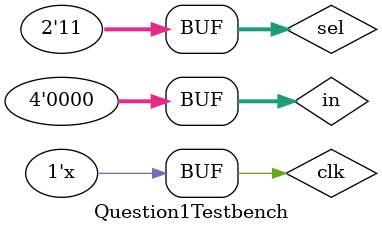
<source format=v>
`timescale 1ns / 1ps

module Question1Testbench;

            reg [3:0] in;
            reg [1:0] sel;
            reg clk;
            wire [3:0] Q;

        FourBitShiftRegister uut(

            .in(in),
            .sel(sel),
            .clk(clk),
            .Q(Q)
        );

        // this toggles the clock, it runs at the same time as the initial block
        always
            #5 clk = ~clk;


        initial begin

            // start clock at zero
            clk = 0;
    
            // begin at zero, don't shift
            in = 0; sel = 11; #10
            // shift in value, load it in
            in = 4'b1010; sel = 2'b00; #10
            // shift right
            sel = 2'b10; #10
            // shift left
            sel = 2'b01; #10
            // shift left again
            sel = 2'b01; #10
            // do nothing
            sel = 2'b11; #10
            // shift right
            sel = 2'b10; #10
            // load in zero
            in = 0; sel = 2'b00; #10
            // don't shift for the last cycle
            sel = 2'b11;



        end

endmodule

</source>
